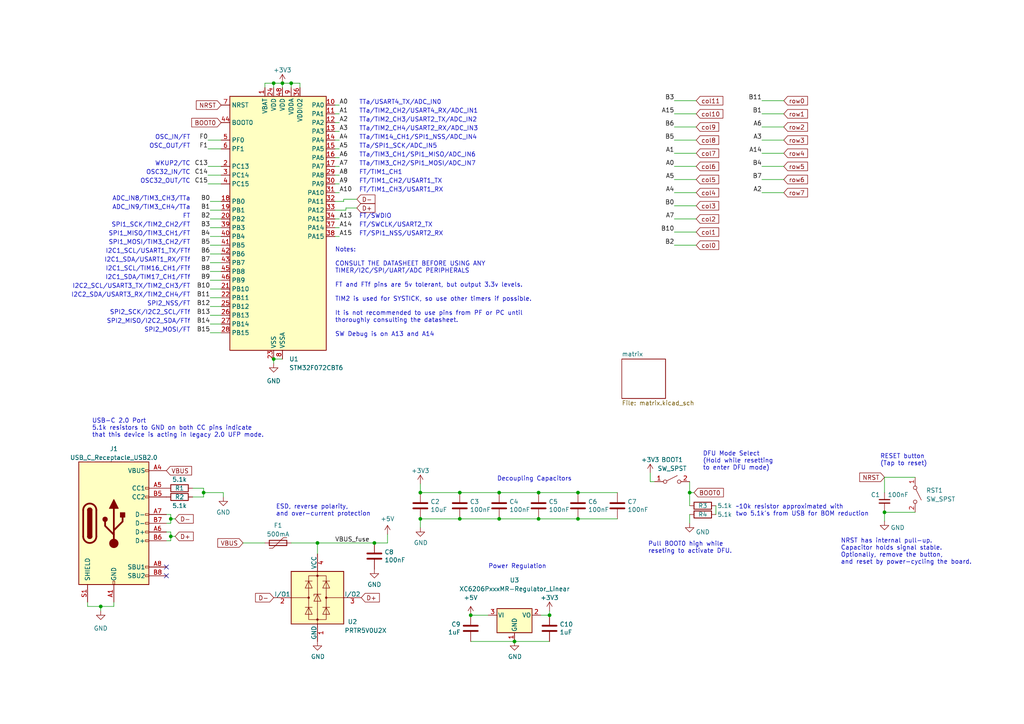
<source format=kicad_sch>
(kicad_sch (version 20231120) (generator "eeschema") (generator_version "8.0")
  (paper "A4")
  (lib_symbols
    (symbol "+5V_1" (power) (pin_names (offset 0))
      (property "Value" "+5V_1" (at 0 3.556 0))
      (symbol "+5V_1_0_1"
        (polyline (pts (xy -0.762 1.27) (xy 0 2.54)))
        (polyline (pts (xy 0 0) (xy 0 2.54)))
        (polyline (pts (xy 0 2.54) (xy 0.762 1.27)))
      )
      (symbol "+5V_1_1_1"
        (pin power_in line (at 0 0 90) (length 0) hide (name "+5V") (number "1"))
      )
    )
    (symbol "Connector:USB_C_Receptacle_USB2.0" (pin_names (offset 1.016))
      (property "Reference" "J" (at -10.16 19.05 0))
      (property "Value" "USB_C_Receptacle_USB2.0" (at 19.05 19.05 0))
      (symbol "USB_C_Receptacle_USB2.0_0_0"
        (rectangle (start -0.254 -17.78) (end 0.254 -16.764))
        (rectangle (start 10.16 -14.986) (end 9.144 -15.494))
        (rectangle (start 10.16 -12.446) (end 9.144 -12.954))
        (rectangle (start 10.16 -4.826) (end 9.144 -5.334))
        (rectangle (start 10.16 -2.286) (end 9.144 -2.794))
        (rectangle (start 10.16 0.254) (end 9.144 -0.254))
        (rectangle (start 10.16 2.794) (end 9.144 2.286))
        (rectangle (start 10.16 7.874) (end 9.144 7.366))
        (rectangle (start 10.16 10.414) (end 9.144 9.906))
        (rectangle (start 10.16 15.494) (end 9.144 14.986))
      )
      (symbol "USB_C_Receptacle_USB2.0_0_1"
        (rectangle (start -10.16 17.78) (end 10.16 -17.78) (stroke (width 0.254)) (fill (type background)))
        (arc (start -8.89 -3.81) (mid -6.985 -5.7067) (end -5.08 -3.81) (stroke (width 0.508)))
        (arc (start -7.62 -3.81) (mid -6.985 -4.4423) (end -6.35 -3.81) (stroke (width 0.254)))
        (arc (start -7.62 -3.81) (mid -6.985 -4.4423) (end -6.35 -3.81) (stroke (width 0.254)) (fill (type outline)))
        (rectangle (start -7.62 -3.81) (end -6.35 3.81) (stroke (width 0.254)) (fill (type outline)))
        (arc (start -6.35 3.81) (mid -6.985 4.4423) (end -7.62 3.81) (stroke (width 0.254)))
        (arc (start -6.35 3.81) (mid -6.985 4.4423) (end -7.62 3.81) (stroke (width 0.254)) (fill (type outline)))
        (arc (start -5.08 3.81) (mid -6.985 5.7067) (end -8.89 3.81) (stroke (width 0.508)))
        (circle (center -2.54 1.143) (radius 0.635) (stroke (width 0.254)) (fill (type outline)))
        (circle (center 0 -5.842) (radius 1.27) (fill (type outline)))
        (polyline (pts (xy -8.89 -3.81) (xy -8.89 3.81)) (stroke (width 0.508)))
        (polyline (pts (xy -5.08 3.81) (xy -5.08 -3.81)) (stroke (width 0.508)))
        (polyline (pts (xy 0 -5.842) (xy 0 4.318)) (stroke (width 0.508)))
        (polyline (pts (xy 0 -3.302) (xy -2.54 -0.762) (xy -2.54 0.508)) (stroke (width 0.508)))
        (polyline (pts (xy 0 -2.032) (xy 2.54 0.508) (xy 2.54 1.778)) (stroke (width 0.508)))
        (polyline (pts (xy -1.27 4.318) (xy 0 6.858) (xy 1.27 4.318) (xy -1.27 4.318)) (stroke (width 0.254)) (fill (type outline)))
        (rectangle (start 1.905 1.778) (end 3.175 3.048) (stroke (width 0.254)) (fill (type outline)))
      )
      (symbol "USB_C_Receptacle_USB2.0_1_1"
        (pin passive line (at 0 -22.86 90) (length 5.08) (name "GND") (number "A1"))
        (pin passive line (at 0 -22.86 90) (length 5.08) hide (name "GND") (number "A12"))
        (pin passive line (at 15.24 15.24 180) (length 5.08) (name "VBUS") (number "A4"))
        (pin bidirectional line (at 15.24 10.16 180) (length 5.08) (name "CC1") (number "A5"))
        (pin bidirectional line (at 15.24 -2.54 180) (length 5.08) (name "D+") (number "A6"))
        (pin bidirectional line (at 15.24 2.54 180) (length 5.08) (name "D-") (number "A7"))
        (pin bidirectional line (at 15.24 -12.7 180) (length 5.08) (name "SBU1") (number "A8"))
        (pin passive line (at 15.24 15.24 180) (length 5.08) hide (name "VBUS") (number "A9"))
        (pin passive line (at 0 -22.86 90) (length 5.08) hide (name "GND") (number "B1"))
        (pin passive line (at 0 -22.86 90) (length 5.08) hide (name "GND") (number "B12"))
        (pin passive line (at 15.24 15.24 180) (length 5.08) hide (name "VBUS") (number "B4"))
        (pin bidirectional line (at 15.24 7.62 180) (length 5.08) (name "CC2") (number "B5"))
        (pin bidirectional line (at 15.24 -5.08 180) (length 5.08) (name "D+") (number "B6"))
        (pin bidirectional line (at 15.24 0 180) (length 5.08) (name "D-") (number "B7"))
        (pin bidirectional line (at 15.24 -15.24 180) (length 5.08) (name "SBU2") (number "B8"))
        (pin passive line (at 15.24 15.24 180) (length 5.08) hide (name "VBUS") (number "B9"))
        (pin passive line (at -7.62 -22.86 90) (length 5.08) (name "SHIELD") (number "S1"))
      )
    )
    (symbol "Device:C" (pin_numbers hide) (pin_names (offset 0.254))
      (property "Reference" "C" (at 0.635 2.54 0))
      (property "Value" "C" (at 0.635 -2.54 0))
      (symbol "C_0_1"
        (polyline (pts (xy -2.032 -0.762) (xy 2.032 -0.762)) (stroke (width 0.508)))
        (polyline (pts (xy -2.032 0.762) (xy 2.032 0.762)) (stroke (width 0.508)))
      )
      (symbol "C_1_1"
        (pin passive line (at 0 3.81 270) (length 2.794) (name "~") (number "1"))
        (pin passive line (at 0 -3.81 90) (length 2.794) (name "~") (number "2"))
      )
    )
    (symbol "Device:C_Small" (pin_numbers hide) (pin_names (offset 0.254) hide)
      (property "Reference" "C" (at 0.254 1.778 0))
      (property "Value" "C_Small" (at 0.254 -2.032 0))
      (symbol "C_Small_0_1"
        (polyline (pts (xy -1.524 -0.508) (xy 1.524 -0.508)) (stroke (width 0.3302)))
        (polyline (pts (xy -1.524 0.508) (xy 1.524 0.508)) (stroke (width 0.3048)))
      )
      (symbol "C_Small_1_1"
        (pin passive line (at 0 2.54 270) (length 2.032) (name "~") (number "1"))
        (pin passive line (at 0 -2.54 90) (length 2.032) (name "~") (number "2"))
      )
    )
    (symbol "Device:Polyfuse" (pin_numbers hide) (pin_names (offset 0))
      (property "Reference" "F" (at -2.54 0 90))
      (property "Value" "Polyfuse" (at 2.54 0 90))
      (symbol "Polyfuse_0_1"
        (rectangle (start -0.762 2.54) (end 0.762 -2.54) (stroke (width 0.254)))
        (polyline (pts (xy 0 2.54) (xy 0 -2.54)))
        (polyline (pts (xy -1.524 2.54) (xy -1.524 1.524) (xy 1.524 -1.524) (xy 1.524 -2.54)))
      )
      (symbol "Polyfuse_1_1"
        (pin passive line (at 0 3.81 270) (length 1.27) (name "~") (number "1"))
        (pin passive line (at 0 -3.81 90) (length 1.27) (name "~") (number "2"))
      )
    )
    (symbol "Device:R" (pin_numbers hide) (pin_names (offset 0))
      (property "Reference" "R" (at 2.032 0 90))
      (property "Value" "R" (at 0 0 90))
      (symbol "R_0_1"
        (rectangle (start -1.016 -2.54) (end 1.016 2.54) (stroke (width 0.254)))
      )
      (symbol "R_1_1"
        (pin passive line (at 0 3.81 270) (length 1.27) (name "~") (number "1"))
        (pin passive line (at 0 -3.81 90) (length 1.27) (name "~") (number "2"))
      )
    )
    (symbol "MCU_ST_STM32F0:STM32F072CBTx"
      (property "Reference" "U" (at -12.7 39.37 0))
      (property "Value" "STM32F072CBTx" (at 10.16 39.37 0))
      (symbol "STM32F072CBTx_0_1"
        (rectangle (start -12.7 -35.56) (end 15.24 38.1) (stroke (width 0.254)) (fill (type background)))
      )
      (symbol "STM32F072CBTx_1_1"
        (pin power_in line (at -2.54 40.64 270) (length 2.54) (name "VBAT") (number "1"))
        (pin bidirectional line (at 17.78 35.56 180) (length 2.54) (name "PA0") (number "10"))
        (pin bidirectional line (at 17.78 33.02 180) (length 2.54) (name "PA1") (number "11"))
        (pin bidirectional line (at 17.78 30.48 180) (length 2.54) (name "PA2") (number "12"))
        (pin bidirectional line (at 17.78 27.94 180) (length 2.54) (name "PA3") (number "13"))
        (pin bidirectional line (at 17.78 25.4 180) (length 2.54) (name "PA4") (number "14"))
        (pin bidirectional line (at 17.78 22.86 180) (length 2.54) (name "PA5") (number "15"))
        (pin bidirectional line (at 17.78 20.32 180) (length 2.54) (name "PA6") (number "16"))
        (pin bidirectional line (at 17.78 17.78 180) (length 2.54) (name "PA7") (number "17"))
        (pin bidirectional line (at -15.24 7.62 0) (length 2.54) (name "PB0") (number "18"))
        (pin bidirectional line (at -15.24 5.08 0) (length 2.54) (name "PB1") (number "19"))
        (pin bidirectional line (at -15.24 17.78 0) (length 2.54) (name "PC13") (number "2"))
        (pin bidirectional line (at -15.24 2.54 0) (length 2.54) (name "PB2") (number "20"))
        (pin bidirectional line (at -15.24 -17.78 0) (length 2.54) (name "PB10") (number "21"))
        (pin bidirectional line (at -15.24 -20.32 0) (length 2.54) (name "PB11") (number "22"))
        (pin power_in line (at 0 -38.1 90) (length 2.54) (name "VSS") (number "23"))
        (pin power_in line (at 0 40.64 270) (length 2.54) (name "VDD") (number "24"))
        (pin bidirectional line (at -15.24 -22.86 0) (length 2.54) (name "PB12") (number "25"))
        (pin bidirectional line (at -15.24 -25.4 0) (length 2.54) (name "PB13") (number "26"))
        (pin bidirectional line (at -15.24 -27.94 0) (length 2.54) (name "PB14") (number "27"))
        (pin bidirectional line (at -15.24 -30.48 0) (length 2.54) (name "PB15") (number "28"))
        (pin bidirectional line (at 17.78 15.24 180) (length 2.54) (name "PA8") (number "29"))
        (pin bidirectional line (at -15.24 15.24 0) (length 2.54) (name "PC14") (number "3"))
        (pin bidirectional line (at 17.78 12.7 180) (length 2.54) (name "PA9") (number "30"))
        (pin bidirectional line (at 17.78 10.16 180) (length 2.54) (name "PA10") (number "31"))
        (pin bidirectional line (at 17.78 7.62 180) (length 2.54) (name "PA11") (number "32"))
        (pin bidirectional line (at 17.78 5.08 180) (length 2.54) (name "PA12") (number "33"))
        (pin bidirectional line (at 17.78 2.54 180) (length 2.54) (name "PA13") (number "34"))
        (pin passive line (at 0 -38.1 90) (length 2.54) hide (name "VSS") (number "35"))
        (pin power_in line (at 7.62 40.64 270) (length 2.54) (name "VDDIO2") (number "36"))
        (pin bidirectional line (at 17.78 0 180) (length 2.54) (name "PA14") (number "37"))
        (pin bidirectional line (at 17.78 -2.54 180) (length 2.54) (name "PA15") (number "38"))
        (pin bidirectional line (at -15.24 0 0) (length 2.54) (name "PB3") (number "39"))
        (pin bidirectional line (at -15.24 12.7 0) (length 2.54) (name "PC15") (number "4"))
        (pin bidirectional line (at -15.24 -2.54 0) (length 2.54) (name "PB4") (number "40"))
        (pin bidirectional line (at -15.24 -5.08 0) (length 2.54) (name "PB5") (number "41"))
        (pin bidirectional line (at -15.24 -7.62 0) (length 2.54) (name "PB6") (number "42"))
        (pin bidirectional line (at -15.24 -10.16 0) (length 2.54) (name "PB7") (number "43"))
        (pin input line (at -15.24 30.48 0) (length 2.54) (name "BOOT0") (number "44"))
        (pin bidirectional line (at -15.24 -12.7 0) (length 2.54) (name "PB8") (number "45"))
        (pin bidirectional line (at -15.24 -15.24 0) (length 2.54) (name "PB9") (number "46"))
        (pin passive line (at 0 -38.1 90) (length 2.54) hide (name "VSS") (number "47"))
        (pin power_in line (at 2.54 40.64 270) (length 2.54) (name "VDD") (number "48"))
        (pin bidirectional line (at -15.24 25.4 0) (length 2.54) (name "PF0") (number "5"))
        (pin bidirectional line (at -15.24 22.86 0) (length 2.54) (name "PF1") (number "6"))
        (pin input line (at -15.24 35.56 0) (length 2.54) (name "NRST") (number "7"))
        (pin power_in line (at 2.54 -38.1 90) (length 2.54) (name "VSSA") (number "8"))
        (pin power_in line (at 5.08 40.64 270) (length 2.54) (name "VDDA") (number "9"))
      )
    )
    (symbol "Power_Protection:PRTR5V0U2X" (pin_names (offset 0))
      (property "Reference" "D" (at 2.794 8.636 0))
      (property "Value" "PRTR5V0U2X" (at 8.128 -9.398 0))
      (symbol "PRTR5V0U2X_0_1"
        (rectangle (start -7.62 -7.62) (end 7.62 7.62) (stroke (width 0.254)) (fill (type background)))
        (circle (center -2.54 0) (radius 0.254) (fill (type outline)))
        (rectangle (start -2.54 6.35) (end 2.54 -6.35))
        (circle (center 0 -6.35) (radius 0.254) (fill (type outline)))
        (polyline (pts (xy -2.54 0) (xy -7.62 0)))
        (polyline (pts (xy -1.524 -2.794) (xy -3.556 -2.794)))
        (polyline (pts (xy -1.524 4.826) (xy -3.556 4.826)))
        (polyline (pts (xy 0 -7.62) (xy 0 7.62)))
        (polyline (pts (xy 1.524 -2.794) (xy 3.556 -2.794)))
        (polyline (pts (xy 1.524 4.826) (xy 3.556 4.826)))
        (polyline (pts (xy 2.54 0) (xy 7.62 0)))
        (polyline (pts (xy 1.016 1.016) (xy -1.016 1.016) (xy -1.016 0.508)))
        (polyline (pts (xy -3.556 -4.826) (xy -1.524 -4.826) (xy -2.54 -2.794) (xy -3.556 -4.826)))
        (polyline (pts (xy -3.556 2.794) (xy -1.524 2.794) (xy -2.54 4.826) (xy -3.556 2.794)))
        (polyline (pts (xy -1.016 -1.016) (xy 1.016 -1.016) (xy 0 1.016) (xy -1.016 -1.016)))
        (polyline (pts (xy 3.556 -4.826) (xy 1.524 -4.826) (xy 2.54 -2.794) (xy 3.556 -4.826)))
        (polyline (pts (xy 3.556 2.794) (xy 1.524 2.794) (xy 2.54 4.826) (xy 3.556 2.794)))
        (circle (center 0 6.35) (radius 0.254) (fill (type outline)))
        (circle (center 2.54 0) (radius 0.254) (fill (type outline)))
      )
      (symbol "PRTR5V0U2X_1_1"
        (pin passive line (at 0 -12.7 90) (length 5.08) (name "GND") (number "1"))
        (pin passive line (at -12.7 0 0) (length 5.08) (name "I/O1") (number "2"))
        (pin passive line (at 12.7 0 180) (length 5.08) (name "I/O2") (number "3"))
        (pin passive line (at 0 12.7 270) (length 5.08) (name "VCC") (number "4"))
      )
    )
    (symbol "Switch:SW_SPST" (pin_names (offset 0) hide)
      (property "Reference" "SW" (at 0 3.175 0))
      (property "Value" "SW_SPST" (at 0 -2.54 0))
      (symbol "SW_SPST_0_0"
        (circle (center -2.032 0) (radius 0.508))
        (polyline (pts (xy -1.524 0.254) (xy 1.524 1.778)))
        (circle (center 2.032 0) (radius 0.508))
      )
      (symbol "SW_SPST_1_1"
        (pin passive line (at -5.08 0 0) (length 2.54) (name "A") (number "1"))
        (pin passive line (at 5.08 0 180) (length 2.54) (name "B") (number "2"))
      )
    )
    (symbol "kicad-keyboard-parts:XC6206PxxxMR-Regulator_Linear" (pin_names (offset 0.254))
      (property "Reference" "U" (at -3.81 3.175 0))
      (property "Value" "XC6206PxxxMR-Regulator_Linear" (at 0 3.175 0))
      (property "LCSC" "C5446" (at 0 0 0))
      (symbol "XC6206PxxxMR-Regulator_Linear_0_1"
        (rectangle (start -5.08 1.905) (end 5.08 -5.08) (stroke (width 0.254)) (fill (type background)))
      )
      (symbol "XC6206PxxxMR-Regulator_Linear_1_1"
        (pin power_in line (at 0 -7.62 90) (length 2.54) (name "GND") (number "1"))
        (pin power_out line (at 7.62 0 180) (length 2.54) (name "VO") (number "2"))
        (pin power_in line (at -7.62 0 0) (length 2.54) (name "VI") (number "3"))
      )
    )
    (symbol "power:+3V3" (power) (pin_names (offset 0))
      (property "Value" "+3V3" (at 0 3.556 0))
      (symbol "+3V3_0_1"
        (polyline (pts (xy -0.762 1.27) (xy 0 2.54)))
        (polyline (pts (xy 0 0) (xy 0 2.54)))
        (polyline (pts (xy 0 2.54) (xy 0.762 1.27)))
      )
      (symbol "+3V3_1_1"
        (pin power_in line (at 0 0 90) (length 0) hide (name "+3V3") (number "1"))
      )
    )
    (symbol "power:+5V" (power) (pin_names (offset 0))
      (property "Value" "+5V" (at 0 3.556 0))
      (symbol "+5V_0_1"
        (polyline (pts (xy -0.762 1.27) (xy 0 2.54)))
        (polyline (pts (xy 0 0) (xy 0 2.54)))
        (polyline (pts (xy 0 2.54) (xy 0.762 1.27)))
      )
      (symbol "+5V_1_1"
        (pin power_in line (at 0 0 90) (length 0) hide (name "+5V") (number "1"))
      )
    )
    (symbol "power:GND" (power) (pin_names (offset 0))
      (property "Value" "GND" (at 0 -3.81 0))
      (symbol "GND_0_1"
        (polyline (pts (xy 0 0) (xy 0 -1.27) (xy 1.27 -1.27) (xy 0 -2.54) (xy -1.27 -1.27) (xy 0 -1.27)))
      )
      (symbol "GND_1_1"
        (pin power_in line (at 0 0 270) (length 0) hide (name "GND") (number "1"))
      )
    )
  )
  (junction (at 200.025 142.875))
  (junction (at 81.915 24.13))
  (junction (at 159.385 178.435))
  (junction (at 59.055 142.875))
  (junction (at 79.375 24.13))
  (junction (at 156.21 150.495))
  (junction (at 136.525 178.435))
  (junction (at 156.21 142.875))
  (junction (at 121.92 150.495))
  (junction (at 149.225 186.055) (diameter 0.9144))
  (junction (at 256.54 148.59))
  (junction (at 121.92 142.875))
  (junction (at 79.375 104.14))
  (junction (at 144.78 150.495))
  (junction (at 133.35 150.495))
  (junction (at 167.64 150.495))
  (junction (at 167.64 142.875))
  (junction (at 92.075 157.48))
  (junction (at 144.78 142.875))
  (junction (at 108.585 157.48))
  (junction (at 49.53 155.575))
  (junction (at 29.21 175.895))
  (junction (at 49.53 150.495))
  (junction (at 133.35 142.875))
  (junction (at 84.455 24.13))
  (no_connect (at 48.26 167.005))
  (no_connect (at 48.26 164.465))
  (wire (pts (xy 195.58 44.45) (xy 201.93 44.45)))
  (wire (pts (xy 195.58 59.69) (xy 201.93 59.69)))
  (wire (pts (xy 195.58 52.07) (xy 201.93 52.07)))
  (wire (pts (xy 167.64 150.495) (xy 179.07 150.495)))
  (wire (pts (xy 48.26 156.845) (xy 49.53 156.845)))
  (wire (pts (xy 60.96 76.2) (xy 64.135 76.2)))
  (wire (pts (xy 98.425 40.64) (xy 97.155 40.64)))
  (wire (pts (xy 195.58 29.21) (xy 201.93 29.21)))
  (wire (pts (xy 29.21 175.895) (xy 33.02 175.895)))
  (wire (pts (xy 60.96 60.96) (xy 64.135 60.96)))
  (wire (pts (xy 86.995 24.13) (xy 86.995 25.4)))
  (wire (pts (xy 48.26 149.225) (xy 49.53 149.225)))
  (wire (pts (xy 98.425 53.34) (xy 97.155 53.34)))
  (wire (pts (xy 59.055 144.145) (xy 59.055 142.875)))
  (wire (pts (xy 144.78 150.495) (xy 133.35 150.495)))
  (wire (pts (xy 55.88 144.145) (xy 59.055 144.145)))
  (wire (pts (xy 98.425 48.26) (xy 97.155 48.26)))
  (wire (pts (xy 49.53 150.495) (xy 49.53 151.765)))
  (wire (pts (xy 59.055 142.875) (xy 59.055 141.605)))
  (wire (pts (xy 189.865 139.7) (xy 188.595 139.7)))
  (wire (pts (xy 29.21 177.165) (xy 29.21 175.895)))
  (wire (pts (xy 84.455 24.13) (xy 84.455 25.4)))
  (wire (pts (xy 98.425 35.56) (xy 97.155 35.56)))
  (wire (pts (xy 59.055 142.875) (xy 64.77 142.875)))
  (wire (pts (xy 144.78 142.875) (xy 133.35 142.875)))
  (wire (pts (xy 60.96 63.5) (xy 64.135 63.5)))
  (wire (pts (xy 84.455 24.13) (xy 86.995 24.13)))
  (wire (pts (xy 200.025 142.875) (xy 201.295 142.875)))
  (wire (pts (xy 60.96 78.74) (xy 64.135 78.74)))
  (wire (pts (xy 79.375 24.13) (xy 79.375 25.4)))
  (wire (pts (xy 220.98 33.02) (xy 227.33 33.02)))
  (wire (pts (xy 55.88 141.605) (xy 59.055 141.605)))
  (wire (pts (xy 149.225 186.055) (xy 159.385 186.055)))
  (wire (pts (xy 60.96 93.98) (xy 64.135 93.98)))
  (wire (pts (xy 79.375 105.41) (xy 79.375 104.14)))
  (wire (pts (xy 195.58 71.12) (xy 201.93 71.12)))
  (wire (pts (xy 195.58 33.02) (xy 201.93 33.02)))
  (wire (pts (xy 60.96 83.82) (xy 64.135 83.82)))
  (wire (pts (xy 98.425 38.1) (xy 97.155 38.1)))
  (wire (pts (xy 195.58 63.5) (xy 201.93 63.5)))
  (wire (pts (xy 256.54 151.13) (xy 256.54 148.59)))
  (wire (pts (xy 60.96 73.66) (xy 64.135 73.66)))
  (wire (pts (xy 136.525 178.435) (xy 141.605 178.435)))
  (wire (pts (xy 207.645 146.685) (xy 207.645 149.225)))
  (wire (pts (xy 156.21 142.875) (xy 167.64 142.875)))
  (wire (pts (xy 98.425 63.5) (xy 97.155 63.5)))
  (wire (pts (xy 60.96 71.12) (xy 64.135 71.12)))
  (wire (pts (xy 108.585 157.48) (xy 112.395 157.48)))
  (wire (pts (xy 188.595 139.7) (xy 188.595 137.16)))
  (wire (pts (xy 100.33 60.325) (xy 100.33 60.96)))
  (wire (pts (xy 60.96 66.04) (xy 64.135 66.04)))
  (wire (pts (xy 76.835 24.13) (xy 76.835 25.4)))
  (wire (pts (xy 98.425 43.18) (xy 97.155 43.18)))
  (wire (pts (xy 60.96 91.44) (xy 64.135 91.44)))
  (wire (pts (xy 256.54 138.43) (xy 265.43 138.43)))
  (wire (pts (xy 220.98 52.07) (xy 227.33 52.07)))
  (wire (pts (xy 156.845 178.435) (xy 159.385 178.435)))
  (wire (pts (xy 144.78 142.875) (xy 156.21 142.875)))
  (wire (pts (xy 98.425 45.72) (xy 97.155 45.72)))
  (wire (pts (xy 200.025 139.7) (xy 200.025 142.875)))
  (wire (pts (xy 84.455 24.13) (xy 81.915 24.13)))
  (wire (pts (xy 60.96 58.42) (xy 64.135 58.42)))
  (wire (pts (xy 256.54 138.43) (xy 256.54 142.875)))
  (wire (pts (xy 98.425 55.88) (xy 97.155 55.88)))
  (wire (pts (xy 60.96 86.36) (xy 64.135 86.36)))
  (wire (pts (xy 70.485 157.48) (xy 76.835 157.48)))
  (wire (pts (xy 100.33 60.96) (xy 97.155 60.96)))
  (wire (pts (xy 121.92 153.035) (xy 121.92 150.495)))
  (wire (pts (xy 220.98 29.21) (xy 227.33 29.21)))
  (wire (pts (xy 49.53 156.845) (xy 49.53 155.575)))
  (wire (pts (xy 60.325 48.26) (xy 64.135 48.26)))
  (wire (pts (xy 60.325 50.8) (xy 64.135 50.8)))
  (wire (pts (xy 48.26 154.305) (xy 49.53 154.305)))
  (wire (pts (xy 84.455 157.48) (xy 92.075 157.48)))
  (wire (pts (xy 79.375 104.14) (xy 81.915 104.14)))
  (wire (pts (xy 167.64 142.875) (xy 179.07 142.875)))
  (wire (pts (xy 121.92 140.335) (xy 121.92 142.875)))
  (wire (pts (xy 60.96 96.52) (xy 64.135 96.52)))
  (wire (pts (xy 256.54 148.59) (xy 256.54 147.955)))
  (wire (pts (xy 49.53 150.495) (xy 50.8 150.495)))
  (wire (pts (xy 79.375 24.13) (xy 81.915 24.13)))
  (wire (pts (xy 256.54 148.59) (xy 265.43 148.59)))
  (wire (pts (xy 220.98 36.83) (xy 227.33 36.83)))
  (wire (pts (xy 200.025 149.225) (xy 200.025 151.765)))
  (wire (pts (xy 60.325 40.64) (xy 64.135 40.64)))
  (wire (pts (xy 220.98 55.88) (xy 227.33 55.88)))
  (wire (pts (xy 60.96 88.9) (xy 64.135 88.9)))
  (wire (pts (xy 60.96 81.28) (xy 64.135 81.28)))
  (wire (pts (xy 25.4 175.895) (xy 29.21 175.895)))
  (wire (pts (xy 112.395 154.94) (xy 112.395 157.48)))
  (wire (pts (xy 76.835 24.13) (xy 79.375 24.13)))
  (wire (pts (xy 60.96 68.58) (xy 64.135 68.58)))
  (wire (pts (xy 200.025 142.875) (xy 200.025 146.685)))
  (wire (pts (xy 48.26 151.765) (xy 49.53 151.765)))
  (wire (pts (xy 195.58 48.26) (xy 201.93 48.26)))
  (wire (pts (xy 99.695 57.785) (xy 99.695 58.42)))
  (wire (pts (xy 25.4 174.625) (xy 25.4 175.895)))
  (wire (pts (xy 103.505 60.325) (xy 100.33 60.325)))
  (wire (pts (xy 49.53 154.305) (xy 49.53 155.575)))
  (wire (pts (xy 98.425 50.8) (xy 97.155 50.8)))
  (wire (pts (xy 98.425 33.02) (xy 97.155 33.02)))
  (wire (pts (xy 98.425 66.04) (xy 97.155 66.04)))
  (wire (pts (xy 49.53 155.575) (xy 50.8 155.575)))
  (wire (pts (xy 133.35 150.495) (xy 121.92 150.495)))
  (wire (pts (xy 159.385 177.165) (xy 159.385 178.435)))
  (wire (pts (xy 195.58 67.31) (xy 201.93 67.31)))
  (wire (pts (xy 64.77 142.875) (xy 64.77 144.145)))
  (wire (pts (xy 33.02 175.895) (xy 33.02 174.625)))
  (wire (pts (xy 99.695 58.42) (xy 97.155 58.42)))
  (wire (pts (xy 92.075 157.48) (xy 92.075 160.655)))
  (wire (pts (xy 60.325 43.18) (xy 64.135 43.18)))
  (wire (pts (xy 103.505 57.785) (xy 99.695 57.785)))
  (wire (pts (xy 149.225 186.055) (xy 136.525 186.055)))
  (wire (pts (xy 92.075 157.48) (xy 108.585 157.48)))
  (wire (pts (xy 98.425 30.48) (xy 97.155 30.48)))
  (wire (pts (xy 98.425 68.58) (xy 97.155 68.58)))
  (wire (pts (xy 81.915 24.13) (xy 81.915 25.4)))
  (wire (pts (xy 133.35 142.875) (xy 121.92 142.875)))
  (wire (pts (xy 49.53 149.225) (xy 49.53 150.495)))
  (wire (pts (xy 220.98 48.26) (xy 227.33 48.26)))
  (wire (pts (xy 195.58 40.64) (xy 201.93 40.64)))
  (wire (pts (xy 195.58 55.88) (xy 201.93 55.88)))
  (wire (pts (xy 220.98 44.45) (xy 227.33 44.45)))
  (wire (pts (xy 195.58 36.83) (xy 201.93 36.83)))
  (wire (pts (xy 144.78 150.495) (xy 156.21 150.495)))
  (wire (pts (xy 220.98 40.64) (xy 227.33 40.64)))
  (wire (pts (xy 156.21 150.495) (xy 167.64 150.495)))
  (wire (pts (xy 60.325 53.34) (xy 64.135 53.34)))
  (text "SPI1_SCK/TIM2_CH2/FT" (at 55.245 66.04 0) (effects (font (size 1.27 1.27)) (justify right bottom)))
  (text "FT/TIM1_CH1" (at 104.14 50.8 0) (effects (font (size 1.27 1.27)) (justify left bottom)))
  (text "FT/TIM1_CH3/USART1_RX" (at 104.14 55.88 0) (effects (font (size 1.27 1.27)) (justify left bottom)))
  (text "SPI2_NSS/FT" (at 55.245 88.9 0) (effects (font (size 1.27 1.27)) (justify right bottom)))
  (text "Notes:\n\nCONSULT THE DATASHEET BEFORE USING ANY \nTIMER/I2C/SPI/UART/ADC PERIPHERALS\n\nFT and FTf pins are 5v tolerant, but output 3.3v levels.\n\nTIM2 is used for SYSTICK, so use other timers if possible.\n\nIt is not recommended to use pins from PF or PC until\nthoroughly consulting the datasheet.\n\nSW Debug is on A13 and A14" (at 97.155 97.79 0) (effects (font (size 1.27 1.27)) (justify left bottom)))
  (text "TTa/TIM2_CH4/USART2_RX/ADC_IN3" (at 104.14 38.1 0) (effects (font (size 1.27 1.27)) (justify left bottom)))
  (text "NRST has internal pull-up.\nCapacitor holds signal stable.\nOptionally, remove the button,\nand reset by power-cycling the board." (at 243.84 163.83 0) (effects (font (size 1.27 1.27)) (justify left bottom)))
  (text "FT/SWDIO" (at 104.14 63.5 0) (effects (font (size 1.27 1.27)) (justify left bottom)))
  (text "Decoupling Capacitors" (at 144.145 139.7 0) (effects (font (size 1.27 1.27)) (justify left bottom)))
  (text "SPI1_MOSI/TIM3_CH2/FT" (at 55.245 71.12 0) (effects (font (size 1.27 1.27)) (justify right bottom)))
  (text "ADC_IN9/TIM3_CH4/TTa" (at 55.245 60.96 0) (effects (font (size 1.27 1.27)) (justify right bottom)))
  (text "I2C2_SCL/USART3_TX/TIM2_CH3/FT" (at 55.245 83.82 0) (effects (font (size 1.27 1.27)) (justify right bottom)))
  (text "SPI2_MISO/I2C2_SDA/FTf" (at 55.245 93.98 0) (effects (font (size 1.27 1.27)) (justify right bottom)))
  (text "FT/SWCLK/USART2_TX" (at 104.14 66.04 0) (effects (font (size 1.27 1.27)) (justify left bottom)))
  (text "I2C1_SCL/TIM16_CH1/FTf" (at 55.245 78.74 0) (effects (font (size 1.27 1.27)) (justify right bottom)))
  (text "~10k resistor approximated with\ntwo 5.1k's from USB for BOM reduction" (at 213.36 149.86 0) (effects (font (size 1.27 1.27)) (justify left bottom)))
  (text "TTa/TIM2_CH2/USART4_RX/ADC_IN1" (at 104.14 33.02 0) (effects (font (size 1.27 1.27)) (justify left bottom)))
  (text "USB-C 2.0 Port\n5.1k resistors to GND on both CC pins indicate\nthat this device is acting in legacy 2.0 UFP mode." (at 26.67 127 0) (effects (font (size 1.27 1.27)) (justify left bottom)))
  (text "TTa/TIM2_CH3/USART2_TX/ADC_IN2" (at 104.14 35.56 0) (effects (font (size 1.27 1.27)) (justify left bottom)))
  (text "OSC_IN/FT" (at 55.245 40.64 0) (effects (font (size 1.27 1.27)) (justify right bottom)))
  (text "DFU Mode Select\n(Hold while resetting\nto enter DFU mode)" (at 203.835 136.525 0) (effects (font (size 1.27 1.27)) (justify left bottom)))
  (text "WKUP2/TC" (at 55.245 48.26 0) (effects (font (size 1.27 1.27)) (justify right bottom)))
  (text "I2C2_SDA/USART3_RX/TIM2_CH4/FT" (at 55.245 86.36 0) (effects (font (size 1.27 1.27)) (justify right bottom)))
  (text "ADC_IN8/TIM3_CH3/TTa" (at 55.245 58.42 0) (effects (font (size 1.27 1.27)) (justify right bottom)))
  (text "RESET button\n(Tap to reset)" (at 255.27 135.255 0) (effects (font (size 1.27 1.27)) (justify left bottom)))
  (text "Pull BOOT0 high while \nreseting to activate DFU." (at 187.96 160.655 0) (effects (font (size 1.27 1.27)) (justify left bottom)))
  (text "I2C1_SDA/TIM17_CH1/FTf" (at 55.245 81.28 0) (effects (font (size 1.27 1.27)) (justify right bottom)))
  (text "TTa/SPI1_SCK/ADC_IN5" (at 104.14 43.18 0) (effects (font (size 1.27 1.27)) (justify left bottom)))
  (text "TTa/TIM3_CH1/SPI1_MISO/ADC_IN6" (at 104.14 45.72 0) (effects (font (size 1.27 1.27)) (justify left bottom)))
  (text "TTa/TIM3_CH2/SPI1_MOSI/ADC_IN7" (at 104.14 48.26 0) (effects (font (size 1.27 1.27)) (justify left bottom)))
  (text "OSC32_OUT/TC" (at 55.245 53.34 0) (effects (font (size 1.27 1.27)) (justify right bottom)))
  (text "FT/SPI1_NSS/USART2_RX" (at 104.14 68.58 0) (effects (font (size 1.27 1.27)) (justify left bottom)))
  (text "SPI1_MISO/TIM3_CH1/FT" (at 55.245 68.58 0) (effects (font (size 1.27 1.27)) (justify right bottom)))
  (text "OSC32_IN/TC" (at 55.245 50.8 0) (effects (font (size 1.27 1.27)) (justify right bottom)))
  (text "TTa/TIM14_CH1/SPI1_NSS/ADC_IN4" (at 104.14 40.64 0) (effects (font (size 1.27 1.27)) (justify left bottom)))
  (text "I2C1_SDA/USART1_RX/FTf" (at 55.245 76.2 0) (effects (font (size 1.27 1.27)) (justify right bottom)))
  (text "SPI2_MOSI/FT" (at 55.245 96.52 0) (effects (font (size 1.27 1.27)) (justify right bottom)))
  (text "FT/TIM1_CH2/USART1_TX" (at 104.14 53.34 0) (effects (font (size 1.27 1.27)) (justify left bottom)))
  (text "Power Regulation" (at 141.605 165.1 0) (effects (font (size 1.27 1.27)) (justify left bottom)))
  (text "SPI2_SCK/I2C2_SCL/FTf" (at 55.245 91.44 0) (effects (font (size 1.27 1.27)) (justify right bottom)))
  (text "OSC_OUT/FT" (at 55.245 43.18 0) (effects (font (size 1.27 1.27)) (justify right bottom)))
  (text "ESD, reverse polarity,\nand over-current protection" (at 80.01 149.86 0) (effects (font (size 1.27 1.27)) (justify left bottom)))
  (text "FT" (at 55.245 63.5 0) (effects (font (size 1.27 1.27)) (justify right bottom)))
  (text "TTa/USART4_TX/ADC_IN0" (at 104.14 30.48 0) (effects (font (size 1.27 1.27)) (justify left bottom)))
  (text "I2C1_SCL/USART1_TX/FTf" (at 55.245 73.66 0) (effects (font (size 1.27 1.27)) (justify right bottom)))
  (label "A1" (at 98.425 33.02 0))
  (label "B6" (at 195.58 36.83 180))
  (label "A3" (at 98.425 38.1 0))
  (label "A13" (at 98.425 63.5 0))
  (label "A10" (at 98.425 55.88 0))
  (label "B10" (at 195.58 67.31 180))
  (label "A15" (at 195.58 33.02 180))
  (label "B7" (at 60.96 76.2 180))
  (label "B13" (at 60.96 91.44 180))
  (label "A6" (at 98.425 45.72 0))
  (label "B1" (at 60.96 60.96 180))
  (label "B9" (at 60.96 81.28 180))
  (label "B5" (at 60.96 71.12 180))
  (label "A0" (at 195.58 48.26 180))
  (label "B7" (at 220.98 52.07 180))
  (label "B14" (at 60.96 93.98 180))
  (label "A8" (at 98.425 50.8 0))
  (label "B0" (at 60.96 58.42 180))
  (label "B3" (at 195.58 29.21 180))
  (label "A9" (at 98.425 53.34 0))
  (label "VBUS_fuse" (at 97.155 157.48 0))
  (label "A2" (at 98.425 35.56 0))
  (label "B8" (at 60.96 78.74 180))
  (label "B0" (at 195.58 59.69 180))
  (label "A4" (at 98.425 40.64 0))
  (label "B12" (at 60.96 88.9 180))
  (label "B1" (at 220.98 33.02 180))
  (label "B4" (at 60.96 68.58 180))
  (label "B2" (at 195.58 71.12 180))
  (label "C14" (at 60.325 50.8 180))
  (label "B6" (at 60.96 73.66 180))
  (label "B15" (at 60.96 96.52 180))
  (label "B11" (at 220.98 29.21 180))
  (label "A14" (at 98.425 66.04 0))
  (label "A4" (at 195.58 55.88 180))
  (label "A1" (at 195.58 44.45 180))
  (label "B10" (at 60.96 83.82 180))
  (label "B11" (at 60.96 86.36 180))
  (label "A14" (at 220.98 44.45 180))
  (label "A3" (at 220.98 40.64 180))
  (label "C15" (at 60.325 53.34 180))
  (label "B3" (at 60.96 66.04 180))
  (label "A0" (at 98.425 30.48 0))
  (label "B2" (at 60.96 63.5 180))
  (label "F1" (at 60.325 43.18 180))
  (label "B4" (at 220.98 48.26 180))
  (label "A6" (at 220.98 36.83 180))
  (label "A5" (at 195.58 52.07 180))
  (label "A2" (at 220.98 55.88 180))
  (label "A5" (at 98.425 43.18 0))
  (label "A7" (at 98.425 48.26 0))
  (label "B5" (at 195.58 40.64 180))
  (label "C13" (at 60.325 48.26 180))
  (label "F0" (at 60.325 40.64 180))
  (label "A15" (at 98.425 68.58 0))
  (label "A7" (at 195.58 63.5 180))
  (global_label "col9" (shape input) (at 201.93 36.83 0) (property "Intersheetrefs" "${INTERSHEET_REFS}" (effects (hide yes))))
  (global_label "col5" (shape input) (at 201.93 52.07 0) (property "Intersheetrefs" "${INTERSHEET_REFS}" (effects (hide yes))))
  (global_label "col0" (shape input) (at 201.93 71.12 0) (property "Intersheetrefs" "${INTERSHEET_REFS}" (effects (hide yes))))
  (global_label "col10" (shape input) (at 201.93 33.02 0) (property "Intersheetrefs" "${INTERSHEET_REFS}" (effects (hide yes))))
  (global_label "VBUS" (shape input) (at 70.485 157.48 180) (property "Intersheetrefs" "${INTERSHEET_REFS}" (effects (hide yes))))
  (global_label "row6" (shape input) (at 227.33 52.07 0) (property "Intersheetrefs" "${INTERSHEET_REFS}" (effects (hide yes))))
  (global_label "row2" (shape input) (at 227.33 36.83 0) (property "Intersheetrefs" "${INTERSHEET_REFS}" (effects (hide yes))))
  (global_label "D-" (shape input) (at 103.505 57.785 0) (property "Intersheetrefs" "${INTERSHEET_REFS}" (effects (hide yes))))
  (global_label "row3" (shape input) (at 227.33 40.64 0) (property "Intersheetrefs" "${INTERSHEET_REFS}" (effects (hide yes))))
  (global_label "col11" (shape input) (at 201.93 29.21 0) (property "Intersheetrefs" "${INTERSHEET_REFS}" (effects (hide yes))))
  (global_label "D-" (shape input) (at 79.375 173.355 180) (property "Intersheetrefs" "${INTERSHEET_REFS}" (effects (hide yes))))
  (global_label "row4" (shape input) (at 227.33 44.45 0) (property "Intersheetrefs" "${INTERSHEET_REFS}" (effects (hide yes))))
  (global_label "row0" (shape input) (at 227.33 29.21 0) (property "Intersheetrefs" "${INTERSHEET_REFS}" (effects (hide yes))))
  (global_label "BOOT0" (shape input) (at 64.135 35.56 180) (property "Intersheetrefs" "${INTERSHEET_REFS}" (effects (hide yes))))
  (global_label "D+" (shape input) (at 103.505 60.325 0) (property "Intersheetrefs" "${INTERSHEET_REFS}" (effects (hide yes))))
  (global_label "D+" (shape input) (at 104.775 173.355 0) (property "Intersheetrefs" "${INTERSHEET_REFS}" (effects (hide yes))))
  (global_label "D-" (shape input) (at 50.8 150.495 0) (property "Intersheetrefs" "${INTERSHEET_REFS}" (effects (hide yes))))
  (global_label "col8" (shape input) (at 201.93 40.64 0) (property "Intersheetrefs" "${INTERSHEET_REFS}" (effects (hide yes))))
  (global_label "col4" (shape input) (at 201.93 55.88 0) (property "Intersheetrefs" "${INTERSHEET_REFS}" (effects (hide yes))))
  (global_label "col3" (shape input) (at 201.93 59.69 0) (property "Intersheetrefs" "${INTERSHEET_REFS}" (effects (hide yes))))
  (global_label "col1" (shape input) (at 201.93 67.31 0) (property "Intersheetrefs" "${INTERSHEET_REFS}" (effects (hide yes))))
  (global_label "row7" (shape input) (at 227.33 55.88 0) (property "Intersheetrefs" "${INTERSHEET_REFS}" (effects (hide yes))))
  (global_label "row5" (shape input) (at 227.33 48.26 0) (property "Intersheetrefs" "${INTERSHEET_REFS}" (effects (hide yes))))
  (global_label "NRST" (shape input) (at 256.54 138.43 180) (property "Intersheetrefs" "${INTERSHEET_REFS}" (effects (hide yes))))
  (global_label "NRST" (shape input) (at 64.135 30.48 180) (property "Intersheetrefs" "${INTERSHEET_REFS}" (effects (hide yes))))
  (global_label "BOOT0" (shape input) (at 201.295 142.875 0) (property "Intersheetrefs" "${INTERSHEET_REFS}" (effects (hide yes))))
  (global_label "col7" (shape input) (at 201.93 44.45 0) (property "Intersheetrefs" "${INTERSHEET_REFS}" (effects (hide yes))))
  (global_label "D+" (shape input) (at 50.8 155.575 0) (property "Intersheetrefs" "${INTERSHEET_REFS}" (effects (hide yes))))
  (global_label "VBUS" (shape input) (at 48.26 136.525 0) (property "Intersheetrefs" "${INTERSHEET_REFS}" (effects (hide yes))))
  (global_label "col6" (shape input) (at 201.93 48.26 0) (property "Intersheetrefs" "${INTERSHEET_REFS}" (effects (hide yes))))
  (global_label "row1" (shape input) (at 227.33 33.02 0) (property "Intersheetrefs" "${INTERSHEET_REFS}" (effects (hide yes))))
  (global_label "col2" (shape input) (at 201.93 63.5 0) (property "Intersheetrefs" "${INTERSHEET_REFS}" (effects (hide yes))))
  (symbol (lib_id "Connector:USB_C_Receptacle_USB2.0") (at 33.02 151.765 0) (unit 1)
    (property "Reference" "J1" (at 33.02 130.175 0))
    (property "Value" "USB_C_Receptacle_USB2.0" (at 33.02 132.715 0))
    (property "Footprint" "PCM_marbastlib-various:USB_C_Receptacle_HRO_TYPE-C-31-M-12" (effects (hide yes)))
    (property "Datasheet" "https://www.usb.org/sites/default/files/documents/usb_type-c.zip" (effects (hide yes)))
    (property "JlcRotOffset" "180" (effects (hide yes)))
    (property "JlcPosOffset" "0,1.5" (effects (hide yes)))
  )
  (symbol (lib_id "power:+3V3") (at 81.915 24.13 0) (unit 1)
    (property "Reference" "#PWR01" (effects (hide yes)))
    (property "Value" "+3V3" (at 81.915 20.32 0))
  )
  (symbol (lib_id "Device:R") (at 203.835 146.685 90) (unit 1)
    (property "Reference" "R3" (at 203.835 146.685 90))
    (property "Value" "5.1k" (at 210.185 146.685 90))
    (property "Footprint" "Resistor_SMD:R_0402_1005Metric" (effects (hide yes)))
  )
  (symbol (lib_id "Device:C") (at 108.585 161.29 0) (unit 1)
    (property "Reference" "C8" (at 111.506 160.1216 0) (effects (justify left)))
    (property "Value" "100nF" (at 111.506 162.433 0) (effects (justify left)))
    (property "Footprint" "Capacitor_SMD:C_0402_1005Metric" (effects (hide yes)))
    (property "LCSC" "C307331" (effects (hide yes)))
  )
  (symbol (lib_id "Device:Polyfuse") (at 80.645 157.48 90) (unit 1)
    (property "Reference" "F1" (at 80.645 152.4 90))
    (property "Value" "500mA" (at 80.645 154.94 90))
    (property "Footprint" "Fuse:Fuse_1206_3216Metric" (effects (hide yes)))
    (property "LCSC" "C135341" (effects (hide yes)))
  )
  (symbol (lib_id "power:GND") (at 79.375 105.41 0) (unit 1)
    (property "Reference" "#PWR02" (effects (hide yes)))
    (property "Value" "GND" (at 79.375 110.49 0))
  )
  (symbol (lib_id "power:GND") (at 64.77 144.145 0) (unit 1)
    (property "Reference" "#PWR05" (effects (hide yes)))
    (property "Value" "GND" (at 64.77 148.59 0))
  )
  (symbol (lib_id "power:GND") (at 121.92 153.035 0) (unit 1)
    (property "Reference" "#PWR08" (effects (hide yes)))
    (property "Value" "GND" (at 122.047 157.4292 0))
  )
  (symbol (lib_id "MCU_ST_STM32F0:STM32F072CBTx") (at 79.375 66.04 0) (unit 1)
    (property "Reference" "U1" (at 83.8709 104.14 0) (effects (justify left)))
    (property "Value" "STM32F072CBT6" (at 83.8709 106.68 0) (effects (justify left)))
    (property "Footprint" "Package_QFP:LQFP-48_7x7mm_P0.5mm" (effects (hide yes)))
    (property "Datasheet" "https://www.st.com/resource/en/datasheet/stm32f072cb.pdf" (effects (hide yes)))
    (property "JlcRotOffset" "90" (effects (hide yes)))
  )
  (symbol (lib_id "Device:C") (at 167.64 146.685 0) (unit 1)
    (property "Reference" "C6" (at 170.561 145.5166 0) (effects (justify left)))
    (property "Value" "100nF" (at 170.561 147.828 0) (effects (justify left)))
    (property "Footprint" "Capacitor_SMD:C_0402_1005Metric" (effects (hide yes)))
    (property "LCSC" "C307331" (effects (hide yes)))
  )
  (symbol (lib_id "power:+3V3") (at 121.92 140.335 0) (unit 1)
    (property "Reference" "#PWR04" (effects (hide yes)))
    (property "Value" "+3V3" (at 121.92 136.525 0))
  )
  (symbol (lib_id "power:GND") (at 29.21 177.165 0) (unit 1)
    (property "Reference" "#PWR011" (effects (hide yes)))
    (property "Value" "GND" (at 29.21 182.245 0))
  )
  (symbol (lib_id "Device:C") (at 159.385 182.245 0) (unit 1)
    (property "Reference" "C10" (at 162.306 181.0766 0) (effects (justify left)))
    (property "Value" "1uF" (at 162.306 183.388 0) (effects (justify left)))
    (property "Footprint" "Capacitor_SMD:C_0402_1005Metric" (effects (hide yes)))
    (property "LCSC" "C307331" (effects (hide yes)))
  )
  (symbol (lib_id "kicad-keyboard-parts:XC6206PxxxMR-Regulator_Linear") (at 149.225 178.435 0) (unit 1)
    (property "Reference" "U3" (at 149.225 168.275 0))
    (property "Value" "XC6206PxxxMR-Regulator_Linear" (at 149.225 170.815 0))
    (property "Footprint" "Package_TO_SOT_SMD:SOT-23" (effects (hide yes)))
    (property "Datasheet" "https://www.torexsemi.com/file/xc6206/XC6206.pdf" (effects (hide yes)))
    (property "LCSC" "C5446" (effects (hide yes)))
  )
  (symbol (lib_id "power:GND") (at 200.025 151.765 0) (unit 1)
    (property "Reference" "#PWR07" (effects (hide yes)))
    (property "Value" "GND" (at 203.835 154.305 0))
  )
  (symbol (lib_id "power:+3V3") (at 188.595 137.16 0) (mirror y) (unit 1)
    (property "Reference" "#PWR03" (effects (hide yes)))
    (property "Value" "+3V3" (at 188.595 133.35 0))
  )
  (symbol (lib_id "power:+3V3") (at 159.385 177.165 0) (unit 1)
    (property "Reference" "#PWR012" (effects (hide yes)))
    (property "Value" "+3V3" (at 159.385 173.355 0))
  )
  (symbol (lib_name "+5V_1") (lib_id "power:+5V") (at 112.395 154.94 0) (unit 1)
    (property "Reference" "#PWR09" (effects (hide yes)))
    (property "Value" "+5V" (at 112.395 150.495 0))
  )
  (symbol (lib_id "Device:R") (at 52.07 141.605 270) (unit 1)
    (property "Reference" "R1" (at 52.07 141.605 90))
    (property "Value" "5.1k" (at 52.07 139.065 90))
    (property "Footprint" "Resistor_SMD:R_0402_1005Metric" (effects (hide yes)))
  )
  (symbol (lib_id "power:GND") (at 108.585 165.1 0) (unit 1)
    (property "Reference" "#PWR010" (effects (hide yes)))
    (property "Value" "GND" (at 108.585 169.545 0))
  )
  (symbol (lib_id "power:GND") (at 149.225 186.055 0) (unit 1)
    (property "Reference" "#PWR015" (effects (hide yes)))
    (property "Value" "GND" (at 149.352 190.4492 0))
  )
  (symbol (lib_id "power:+5V") (at 136.525 178.435 0) (unit 1)
    (property "Reference" "#PWR013" (effects (hide yes)))
    (property "Value" "+5V" (at 136.525 173.355 0))
  )
  (symbol (lib_id "Switch:SW_SPST") (at 194.945 139.7 0) (unit 1)
    (property "Reference" "BOOT1" (at 194.945 133.35 0))
    (property "Value" "SW_SPST" (at 194.945 135.89 0))
    (property "Footprint" "Button_Switch_SMD:SW_SPST_TL3342" (effects (hide yes)))
  )
  (symbol (lib_id "Device:C") (at 144.78 146.685 0) (unit 1)
    (property "Reference" "C4" (at 147.701 145.5166 0) (effects (justify left)))
    (property "Value" "100nF" (at 147.701 147.828 0) (effects (justify left)))
    (property "Footprint" "Capacitor_SMD:C_0402_1005Metric" (effects (hide yes)))
    (property "LCSC" "C307331" (effects (hide yes)))
  )
  (symbol (lib_id "power:GND") (at 256.54 151.13 0) (mirror y) (unit 1)
    (property "Reference" "#PWR06" (effects (hide yes)))
    (property "Value" "GND" (at 260.35 153.035 0))
  )
  (symbol (lib_id "Device:C") (at 133.35 146.685 0) (unit 1)
    (property "Reference" "C3" (at 136.271 145.5166 0) (effects (justify left)))
    (property "Value" "100nF" (at 136.271 147.828 0) (effects (justify left)))
    (property "Footprint" "Capacitor_SMD:C_0402_1005Metric" (effects (hide yes)))
    (property "LCSC" "C307331" (effects (hide yes)))
  )
  (symbol (lib_id "Device:C") (at 156.21 146.685 0) (unit 1)
    (property "Reference" "C5" (at 159.131 145.5166 0) (effects (justify left)))
    (property "Value" "100nF" (at 159.131 147.828 0) (effects (justify left)))
    (property "Footprint" "Capacitor_SMD:C_0402_1005Metric" (effects (hide yes)))
    (property "LCSC" "C307331" (effects (hide yes)))
  )
  (symbol (lib_id "Device:C") (at 136.525 182.245 0) (mirror y) (unit 1)
    (property "Reference" "C9" (at 133.604 181.0766 0) (effects (justify left)))
    (property "Value" "1uF" (at 133.604 183.388 0) (effects (justify left)))
    (property "Footprint" "Capacitor_SMD:C_0402_1005Metric" (effects (hide yes)))
    (property "LCSC" "C307331" (effects (hide yes)))
  )
  (symbol (lib_id "Power_Protection:PRTR5V0U2X") (at 92.075 173.355 0) (unit 1)
    (property "Reference" "U2" (at 102.235 180.34 0))
    (property "Value" "PRTR5V0U2X" (at 106.045 182.88 0))
    (property "Footprint" "Package_TO_SOT_SMD:SOT-143" (effects (hide yes)))
    (property "Datasheet" "https://assets.nexperia.com/documents/data-sheet/PRTR5V0U2X.pdf" (effects (hide yes)))
    (property "LCSC" "C2827688" (effects (hide yes)))
    (property "JlcRotOffset" "90" (effects (hide yes)))
  )
  (symbol (lib_id "Device:C") (at 121.92 146.685 0) (unit 1)
    (property "Reference" "C2" (at 124.841 145.5166 0) (effects (justify left)))
    (property "Value" "10uF" (at 124.841 147.828 0) (effects (justify left)))
    (property "Footprint" "Capacitor_SMD:C_0603_1608Metric" (effects (hide yes)))
    (property "LCSC" "C307331" (effects (hide yes)))
  )
  (symbol (lib_id "power:GND") (at 92.075 186.055 0) (unit 1)
    (property "Reference" "#PWR014" (effects (hide yes)))
    (property "Value" "GND" (at 92.202 190.4492 0))
  )
  (symbol (lib_id "Device:R") (at 203.835 149.225 270) (mirror x) (unit 1)
    (property "Reference" "R4" (at 203.835 149.225 90))
    (property "Value" "5.1k" (at 210.185 149.225 90))
    (property "Footprint" "Resistor_SMD:R_0402_1005Metric" (effects (hide yes)))
  )
  (symbol (lib_id "Switch:SW_SPST") (at 265.43 143.51 270) (unit 1)
    (property "Reference" "RST1" (at 268.605 142.24 90) (effects (justify left)))
    (property "Value" "SW_SPST" (at 268.605 144.78 90) (effects (justify left)))
    (property "Footprint" "Button_Switch_SMD:SW_SPST_TL3342" (effects (hide yes)))
  )
  (symbol (lib_id "Device:C_Small") (at 256.54 145.415 0) (mirror y) (unit 1)
    (property "Reference" "C1" (at 255.27 143.51 0) (effects (justify left)))
    (property "Value" "100nF" (at 263.525 143.51 0) (effects (justify left)))
    (property "Footprint" "Capacitor_SMD:C_0402_1005Metric" (effects (hide yes)))
    (property "LCSC" "C307331" (effects (hide yes)))
  )
  (symbol (lib_id "Device:R") (at 52.07 144.145 90) (unit 1)
    (property "Reference" "R2" (at 52.07 144.145 90))
    (property "Value" "5.1k" (at 52.07 146.685 90))
    (property "Footprint" "Resistor_SMD:R_0402_1005Metric" (effects (hide yes)))
  )
  (symbol (lib_id "Device:C") (at 179.07 146.685 0) (unit 1)
    (property "Reference" "C7" (at 181.991 145.5166 0) (effects (justify left)))
    (property "Value" "100nF" (at 181.991 147.828 0) (effects (justify left)))
    (property "Footprint" "Capacitor_SMD:C_0402_1005Metric" (effects (hide yes)))
    (property "LCSC" "C307331" (effects (hide yes)))
  )
  (sheet (at 180.34 104.14) (size 12.7 11.43) (stroke (width 0.1524))
    (property "Sheetname" "matrix" (at 180.34 103.4284 0) (effects (justify left bottom)))
    (property "Sheetfile" "matrix.kicad_sch" (at 180.34 116.1546 0) (effects (justify left top)))
  )
)
</source>
